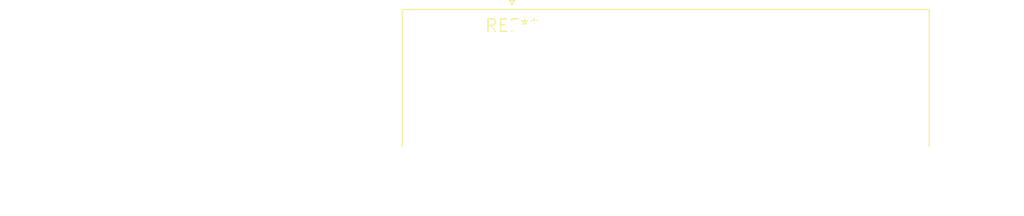
<source format=kicad_pcb>
(kicad_pcb (version 20240108) (generator pcbnew)
  (layers (0 "F.Cu" signal) (31 "B.Cu" signal) (34 "B.Paste" user) (35 "F.Paste" user) (36 "B.SilkS" user "B.Silkscreen") (37 "F.SilkS" user "F.Silkscreen") (38 "B.Mask" user) (39 "F.Mask" user) (44 "Edge.Cuts" user))
  (net 0 "")
  (footprint "DSUB-44-HD_Male_Horizontal_P2.29x1.98mm_EdgePinOffset8.35mm_Housed_MountingHolesOffset10.89mm" (layer "F.Cu") (at 0 0)
    (property "Reference" "REF**")
    (property "Value" "DSUB-44-HD_Male_Horizontal_P2.29x1.98mm_EdgePinOffset8.35mm_Housed_MountingHolesOffset10.89mm")
    (fp_line (start -11.085 -1.64) (end 42.135 -1.64) (layer "F.SilkS") (stroke (width 0.12)))
    (fp_line (start -11.085 12.25) (end -11.085 -1.64) (layer "F.SilkS") (stroke (width 0.12)))
    (fp_line (start -0.25 -2.534338) (end 0.25 -2.534338) (layer "F.SilkS") (stroke (width 0.12)))
    (fp_line (start 0 -2.101325) (end -0.25 -2.534338) (layer "F.SilkS") (stroke (width 0.12)))
    (fp_line (start 0.25 -2.534338) (end 0 -2.101325) (layer "F.SilkS") (stroke (width 0.12)))
    (fp_line (start 42.135 -1.64) (end 42.135 12.25) (layer "F.SilkS") (stroke (width 0.12)))
    (pad "0" thru_hole circle (at -8.025 1.42) (size 4 4) (drill 3.2) (layers *.Cu *.Mask) (remove_unused_layers))
    (pad "0" thru_hole circle (at 39.075 1.42) (size 4 4) (drill 3.2) (layers *.Cu *.Mask) (remove_unused_layers))
    (pad "1" thru_hole rect (at 0 0) (size 1.6 1.6) (drill 1) (layers *.Cu *.Mask) (remove_unused_layers))
    (pad "2" thru_hole circle (at 2.29 0) (size 1.6 1.6) (drill 1) (layers *.Cu *.Mask) (remove_unused_layers))
    (pad "3" thru_hole circle (at 4.58 0) (size 1.6 1.6) (drill 1) (layers *.Cu *.Mask) (remove_unused_layers))
    (pad "4" thru_hole circle (at 6.87 0) (size 1.6 1.6) (drill 1) (layers *.Cu *.Mask) (remove_unused_layers))
    (pad "5" thru_hole circle (at 9.16 0) (size 1.6 1.6) (drill 1) (layers *.Cu *.Mask) (remove_unused_layers))
    (pad "6" thru_hole circle (at 11.45 0) (size 1.6 1.6) (drill 1) (layers *.Cu *.Mask) (remove_unused_layers))
    (pad "7" thru_hole circle (at 13.74 0) (size 1.6 1.6) (drill 1) (layers *.Cu *.Mask) (remove_unused_layers))
    (pad "8" thru_hole circle (at 16.03 0) (size 1.6 1.6) (drill 1) (layers *.Cu *.Mask) (remove_unused_layers))
    (pad "9" thru_hole circle (at 18.32 0) (size 1.6 1.6) (drill 1) (layers *.Cu *.Mask) (remove_unused_layers))
    (pad "10" thru_hole circle (at 20.61 0) (size 1.6 1.6) (drill 1) (layers *.Cu *.Mask) (remove_unused_layers))
    (pad "11" thru_hole circle (at 22.9 0) (size 1.6 1.6) (drill 1) (layers *.Cu *.Mask) (remove_unused_layers))
    (pad "12" thru_hole circle (at 25.19 0) (size 1.6 1.6) (drill 1) (layers *.Cu *.Mask) (remove_unused_layers))
    (pad "13" thru_hole circle (at 27.48 0) (size 1.6 1.6) (drill 1) (layers *.Cu *.Mask) (remove_unused_layers))
    (pad "14" thru_hole circle (at 29.77 0) (size 1.6 1.6) (drill 1) (layers *.Cu *.Mask) (remove_unused_layers))
    (pad "15" thru_hole circle (at 32.06 0) (size 1.6 1.6) (drill 1) (layers *.Cu *.Mask) (remove_unused_layers))
    (pad "16" thru_hole circle (at -1.145 1.98) (size 1.6 1.6) (drill 1) (layers *.Cu *.Mask) (remove_unused_layers))
    (pad "17" thru_hole circle (at 1.145 1.98) (size 1.6 1.6) (drill 1) (layers *.Cu *.Mask) (remove_unused_layers))
    (pad "18" thru_hole circle (at 3.435 1.98) (size 1.6 1.6) (drill 1) (layers *.Cu *.Mask) (remove_unused_layers))
    (pad "19" thru_hole circle (at 5.725 1.98) (size 1.6 1.6) (drill 1) (layers *.Cu *.Mask) (remove_unused_layers))
    (pad "20" thru_hole circle (at 8.015 1.98) (size 1.6 1.6) (drill 1) (layers *.Cu *.Mask) (remove_unused_layers))
    (pad "21" thru_hole circle (at 10.305 1.98) (size 1.6 1.6) (drill 1) (layers *.Cu *.Mask) (remove_unused_layers))
    (pad "22" thru_hole circle (at 12.595 1.98) (size 1.6 1.6) (drill 1) (layers *.Cu *.Mask) (remove_unused_layers))
    (pad "23" thru_hole circle (at 14.885 1.98) (size 1.6 1.6) (drill 1) (layers *.Cu *.Mask) (remove_unused_layers))
    (pad "24" thru_hole circle (at 17.175 1.98) (size 1.6 1.6) (drill 1) (layers *.Cu *.Mask) (remove_unused_layers))
    (pad "25" thru_hole circle (at 19.465 1.98) (size 1.6 1.6) (drill 1) (layers *.Cu *.Mask) (remove_unused_layers))
    (pad "26" thru_hole circle (at 21.755 1.98) (size 1.6 1.6) (drill 1) (layers *.Cu *.Mask) (remove_unused_layers))
    (pad "27" thru_hole circle (at 24.045 1.98) (size 1.6 1.6) (drill 1) (layers *.Cu *.Mask) (remove_unused_layers))
    (pad "28" thru_hole circle (at 26.335 1.98) (size 1.6 1.6) (drill 1) (layers *.Cu *.Mask) (remove_unused_layers))
    (pad "29" thru_hole circle (at 28.625 1.98) (size 1.6 1.6) (drill 1) (layers *.Cu *.Mask) (remove_unused_layers))
    (pad "30" thru_hole circle (at 30.915 1.98) (size 1.6 1.6) (drill 1) (layers *.Cu *.Mask) (remove_unused_layers))
    (pad "31" thru_hole circle (at 0 3.96) (size 1.6 1.6) (drill 1) (layers *.Cu *.Mask) (remove_unused_layers))
    (pad "32" thru_hole circle (at 2.29 3.96) (size 1.6 1.6) (drill 1) (layers *.Cu *.Mask) (remove_unused_layers))
    (pad "33" thru_hole circle (at 4.58 3.96) (size 1.6 1.6) (drill 1) (layers *.Cu *.Mask) (remove_unused_layers))
    (pad "34" thru_hole circle (at 6.87 3.96) (size 1.6 1.6) (drill 1) (layers *.Cu *.Mask) (remove_unused_layers))
    (pad "35" thru_hole circle (at 9.16 3.96) (size 1.6 1.6) (drill 1) (layers *.Cu *.Mask) (remove_unused_layers))
    (pad "36" thru_hole circle (at 11.45 3.96) (size 1.6 1.6) (drill 1) (layers *.Cu *.Mask) (remove_unused_layers))
    (pad "37" thru_hole circle (at 13.74 3.96) (size 1.6 1.6) (drill 1) (layers *.Cu *.Mask) (remove_unused_layers))
    (pad "38" thru_hole circle (at 16.03 3.96) (size 1.6 1.6) (drill 1) (layers *.Cu *.Mask) (remove_unused_layers))
    (pad "39" thru_hole circle (at 18.32 3.96) (size 1.6 1.6) (drill 1) (layers *.Cu *.Mask) (remove_unused_layers))
    (pad "40" thru_hole circle (at 20.61 3.96) (size 1.6 1.6) (drill 1) (layers *.Cu *.Mask) (remove_unused_layers))
    (pad "41" thru_hole circle (at 22.9 3.96) (size 1.6 1.6) (drill 1) (layers *.Cu *.Mask) (remove_unused_layers))
    (pad "42" thru_hole circle (at 25.19 3.96) (size 1.6 1.6) (drill 1) (layers *.Cu *.Mask) (remove_unused_layers))
    (pad "43" thru_hole circle (at 27.48 3.96) (size 1.6 1.6) (drill 1) (layers *.Cu *.Mask) (remove_unused_layers))
    (pad "44" thru_hole circle (at 29.77 3.96) (size 1.6 1.6) (drill 1) (layers *.Cu *.Mask) (remove_unused_layers))
  )
)
</source>
